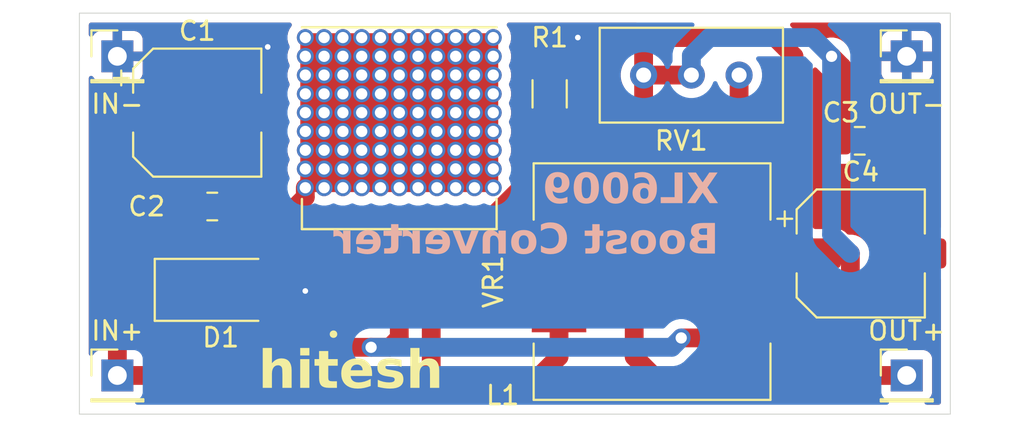
<source format=kicad_pcb>
(kicad_pcb (version 20241229) (generator "pcbnew") (generator_version "9.0")
  (layers (0 "F.Cu" signal) (2 "B.Cu" signal) (13 "F.Paste" user) (15 "B.Paste" user) (5 "F.SilkS" user "F.Silkscreen") (7 "B.SilkS" user "B.Silkscreen") (1 "F.Mask" user) (3 "B.Mask" user) (25 "Edge.Cuts" user))
  (net 0 "")
  (net 1 "GND")
  (net 2 "Net-(J3-Pin_1)")
  (net 3 "Net-(J2-Pin_1)")
  (net 4 "Net-(D1-K)")
  (net 5 "Net-(D1-A)")
  (footprint "Inductor_SMD:L_12x12mm_H8mm" (layer "F.Cu") (at 188.95 91)
    (property "Reference" "L1" (at -7.95 6.06 0) (layer "F.SilkS"))
    (property "Value" "33uH")
    (fp_line (start -6.3 -6.3) (end 6.3 -6.3) (stroke (width 0.12)) (layer "F.SilkS"))
    (fp_line (start -6.3 -3.3) (end -6.3 -6.3) (stroke (width 0.12)) (layer "F.SilkS"))
    (fp_line (start -6.3 6.3) (end -6.3 3.3) (stroke (width 0.12)) (layer "F.SilkS"))
    (fp_line (start 6.3 -6.3) (end 6.3 -3.3) (stroke (width 0.12)) (layer "F.SilkS"))
    (fp_line (start 6.3 3.3) (end 6.3 6.3) (stroke (width 0.12)) (layer "F.SilkS"))
    (fp_line (start 6.3 6.3) (end -6.3 6.3) (stroke (width 0.12)) (layer "F.SilkS"))
    (pad "1" smd rect (at -4.95 0) (size 2.9 5.4) (layers "F.Cu" "F.Mask" "F.Paste") (net 2 "Net-(J3-Pin_1)"))
    (pad "2" smd rect (at 4.95 0) (size 2.9 5.4) (layers "F.Cu" "F.Mask" "F.Paste") (net 4 "Net-(D1-K)"))
  )
  (footprint "Potentiometer_THT:Potentiometer_Bourns_3296W_Vertical" (layer "F.Cu") (at 193.58 80)
    (property "Reference" "RV1" (at -3.08 3.5 0) (layer "F.SilkS"))
    (property "Value" "50K")
    (fp_line (start -7.415 -2.52) (end -7.415 2.53) (stroke (width 0.12)) (layer "F.SilkS"))
    (fp_line (start -7.415 -2.52) (end 2.335 -2.52) (stroke (width 0.12)) (layer "F.SilkS"))
    (fp_line (start -7.415 2.53) (end 2.335 2.53) (stroke (width 0.12)) (layer "F.SilkS"))
    (fp_line (start 2.335 -2.52) (end 2.335 2.53) (stroke (width 0.12)) (layer "F.SilkS"))
    (pad "1" thru_hole circle (at 0 0) (size 1.44 1.44) (drill 0.8) (layers "*.Cu" "*.Mask") (net 5 "Net-(D1-A)"))
    (pad "2" thru_hole circle (at -2.54 0) (size 1.44 1.44) (drill 0.8) (layers "*.Cu" "*.Mask") (net 3 "Net-(J2-Pin_1)"))
    (pad "3" thru_hole circle (at -5.08 0) (size 1.44 1.44) (drill 0.8) (layers "*.Cu" "*.Mask") (net 3 "Net-(J2-Pin_1)"))
  )
  (footprint "Capacitor_SMD:CP_Elec_6.3x5.4" (layer "F.Cu") (at 200.052664 89.5)
    (property "Reference" "C4" (at 0 -4.35 0) (layer "F.SilkS"))
    (property "Value" "220uF/50V")
    (fp_line (start -4.4375 -1.8475) (end -3.65 -1.8475) (stroke (width 0.12)) (layer "F.SilkS"))
    (fp_line (start -4.04375 -2.24125) (end -4.04375 -1.45375) (stroke (width 0.12)) (layer "F.SilkS"))
    (fp_line (start -3.41 -2.345563) (end -3.41 -1.06) (stroke (width 0.12)) (layer "F.SilkS"))
    (fp_line (start -3.41 -2.345563) (end -2.345563 -3.41) (stroke (width 0.12)) (layer "F.SilkS"))
    (fp_line (start -3.41 2.345563) (end -3.41 1.06) (stroke (width 0.12)) (layer "F.SilkS"))
    (fp_line (start -3.41 2.345563) (end -2.345563 3.41) (stroke (width 0.12)) (layer "F.SilkS"))
    (fp_line (start -2.345563 -3.41) (end 3.41 -3.41) (stroke (width 0.12)) (layer "F.SilkS"))
    (fp_line (start -2.345563 3.41) (end 3.41 3.41) (stroke (width 0.12)) (layer "F.SilkS"))
    (fp_line (start 3.41 -3.41) (end 3.41 -1.06) (stroke (width 0.12)) (layer "F.SilkS"))
    (fp_line (start 3.41 3.41) (end 3.41 1.06) (stroke (width 0.12)) (layer "F.SilkS"))
    (pad "1" smd roundrect (at -2.8 0) (size 3.5 1.6) (layers "F.Cu" "F.Mask" "F.Paste") (roundrect_rratio 0.15625) (net 3 "Net-(J2-Pin_1)"))
    (pad "2" smd roundrect (at 2.8 0) (size 3.5 1.6) (layers "F.Cu" "F.Mask" "F.Paste") (roundrect_rratio 0.15625) (net 1 "GND"))
  )
  (footprint "XL6009:DPAK170P1435X465-6N" (layer "F.Cu") (at 175.5 85.5 90)
    (property "Reference" "VR1" (at -5.5 5 90) (layer "F.SilkS"))
    (property "Value" "XL6009")
    (fp_line (start 8.05 -5.18) (end 8.05 5.18) (stroke (width 0.127)) (layer "F.SilkS"))
    (fp_line (start -1.1 -5.18) (end -2.705 -5.18) (stroke (width 0.127)) (layer "F.SilkS"))
    (fp_line (start -2.705 -5.18) (end -2.705 5.18) (stroke (width 0.127)) (layer "F.SilkS"))
    (fp_line (start -1.1 5.18) (end -2.705 5.18) (stroke (width 0.127)) (layer "F.SilkS"))
    (fp_circle (center -8.3 -3.5) (end -8.2 -3.5) (stroke (width 0.2)) (fill no) (layer "F.SilkS"))
    (pad "1" smd rect (at -6.13 -3.4 90) (size 3.21 1.05) (layers "F.Cu" "F.Mask" "F.Paste") (net 1 "GND"))
    (pad "2" smd rect (at -6.13 -1.7 90) (size 3.21 1.05) (layers "F.Cu" "F.Mask" "F.Paste"))
    (pad "3" smd rect (at -6.13 0 90) (size 3.21 1.05) (layers "F.Cu" "F.Mask" "F.Paste") (net 4 "Net-(D1-K)"))
    (pad "4" smd rect (at -6.13 1.7 90) (size 3.21 1.05) (layers "F.Cu" "F.Mask" "F.Paste") (net 2 "Net-(J3-Pin_1)"))
    (pad "5" smd rect (at -6.13 3.4 90) (size 3.21 1.05) (layers "F.Cu" "F.Mask" "F.Paste") (net 3 "Net-(J2-Pin_1)"))
    (pad "6" smd rect (at 3.5 0 90) (size 8.46 10.53) (layers "F.Cu" "F.Mask") (net 4 "Net-(D1-K)"))
  )
  (footprint "Connector_PinHeader_2.54mm:PinHeader_1x01_P2.54mm_Vertical" (layer "F.Cu") (at 160.5 79)
    (property "Reference" "IN-" (at 0 2.54 0) (layer "F.SilkS"))
    (property "Value" "Conn_01x01_Pin")
    (fp_line (start -1.38 -1.38) (end 0 -1.38) (stroke (width 0.12)) (layer "F.SilkS"))
    (fp_line (start -1.38 0) (end -1.38 -1.38) (stroke (width 0.12)) (layer "F.SilkS"))
    (fp_line (start -1.38 1.27) (end -1.38 1.38) (stroke (width 0.12)) (layer "F.SilkS"))
    (fp_line (start -1.38 1.27) (end 1.38 1.27) (stroke (width 0.12)) (layer "F.SilkS"))
    (fp_line (start -1.38 1.38) (end 1.38 1.38) (stroke (width 0.12)) (layer "F.SilkS"))
    (fp_line (start 1.38 1.27) (end 1.38 1.38) (stroke (width 0.12)) (layer "F.SilkS"))
    (pad "1" thru_hole rect (at 0 0) (size 1.7 1.7) (drill 1) (layers "*.Cu" "*.Mask") (net 1 "GND"))
  )
  (footprint "Connector_PinHeader_2.54mm:PinHeader_1x01_P2.54mm_Vertical" (layer "F.Cu") (at 202.5 96)
    (property "Reference" "OUT+" (at 0 -2.38 0) (layer "F.SilkS"))
    (property "Value" "Conn_01x01_Pin")
    (fp_line (start -1.38 -1.38) (end 0 -1.38) (stroke (width 0.12)) (layer "F.SilkS"))
    (fp_line (start -1.38 0) (end -1.38 -1.38) (stroke (width 0.12)) (layer "F.SilkS"))
    (fp_line (start -1.38 1.27) (end -1.38 1.38) (stroke (width 0.12)) (layer "F.SilkS"))
    (fp_line (start -1.38 1.27) (end 1.38 1.27) (stroke (width 0.12)) (layer "F.SilkS"))
    (fp_line (start -1.38 1.38) (end 1.38 1.38) (stroke (width 0.12)) (layer "F.SilkS"))
    (fp_line (start 1.38 1.27) (end 1.38 1.38) (stroke (width 0.12)) (layer "F.SilkS"))
    (pad "1" thru_hole rect (at 0 0) (size 1.7 1.7) (drill 1) (layers "*.Cu" "*.Mask") (net 3 "Net-(J2-Pin_1)"))
  )
  (footprint "Connector_PinHeader_2.54mm:PinHeader_1x01_P2.54mm_Vertical" (layer "F.Cu") (at 202.5 79)
    (property "Reference" "OUT-" (at 0 2.54 0) (layer "F.SilkS"))
    (property "Value" "Conn_01x01_Pin")
    (fp_line (start -1.38 -1.38) (end 0 -1.38) (stroke (width 0.12)) (layer "F.SilkS"))
    (fp_line (start -1.38 0) (end -1.38 -1.38) (stroke (width 0.12)) (layer "F.SilkS"))
    (fp_line (start -1.38 1.27) (end -1.38 1.38) (stroke (width 0.12)) (layer "F.SilkS"))
    (fp_line (start -1.38 1.27) (end 1.38 1.27) (stroke (width 0.12)) (layer "F.SilkS"))
    (fp_line (start -1.38 1.38) (end 1.38 1.38) (stroke (width 0.12)) (layer "F.SilkS"))
    (fp_line (start 1.38 1.27) (end 1.38 1.38) (stroke (width 0.12)) (layer "F.SilkS"))
    (pad "1" thru_hole rect (at 0 0) (size 1.7 1.7) (drill 1) (layers "*.Cu" "*.Mask") (net 1 "GND"))
  )
  (footprint "Diode_SMD:D_SMA" (layer "F.Cu") (at 166 91.44)
    (property "Reference" "D1" (at 0 2.54 0) (layer "F.SilkS"))
    (property "Value" "SS34")
    (fp_line (start -3.51 -1.65) (end -3.51 1.65) (stroke (width 0.12)) (layer "F.SilkS"))
    (fp_line (start -3.51 -1.65) (end 2 -1.65) (stroke (width 0.12)) (layer "F.SilkS"))
    (fp_line (start -3.51 1.65) (end 2 1.65) (stroke (width 0.12)) (layer "F.SilkS"))
    (pad "1" smd roundrect (at -2 0) (size 2.5 1.8) (layers "F.Cu" "F.Mask" "F.Paste") (roundrect_rratio 0.1388888889) (net 4 "Net-(D1-K)"))
    (pad "2" smd roundrect (at 2 0) (size 2.5 1.8) (layers "F.Cu" "F.Mask" "F.Paste") (roundrect_rratio 0.1388888889) (net 5 "Net-(D1-A)"))
  )
  (footprint "Connector_PinHeader_2.54mm:PinHeader_1x01_P2.54mm_Vertical" (layer "F.Cu") (at 160.5 96)
    (property "Reference" "IN+" (at 0 -2.38 0) (layer "F.SilkS"))
    (property "Value" "Conn_01x01_Pin")
    (fp_line (start -1.38 -1.38) (end 0 -1.38) (stroke (width 0.12)) (layer "F.SilkS"))
    (fp_line (start -1.38 0) (end -1.38 -1.38) (stroke (width 0.12)) (layer "F.SilkS"))
    (fp_line (start -1.38 1.27) (end -1.38 1.38) (stroke (width 0.12)) (layer "F.SilkS"))
    (fp_line (start -1.38 1.27) (end 1.38 1.27) (stroke (width 0.12)) (layer "F.SilkS"))
    (fp_line (start -1.38 1.38) (end 1.38 1.38) (stroke (width 0.12)) (layer "F.SilkS"))
    (fp_line (start 1.38 1.27) (end 1.38 1.38) (stroke (width 0.12)) (layer "F.SilkS"))
    (pad "1" thru_hole rect (at 0 0) (size 1.7 1.7) (drill 1) (layers "*.Cu" "*.Mask") (net 2 "Net-(J3-Pin_1)"))
  )
  (footprint "Capacitor_SMD:C_0805_2012Metric" (layer "F.Cu") (at 165.55 87)
    (property "Reference" "C2" (at -3.49 0 0) (layer "F.SilkS"))
    (property "Value" "1uF")
    (fp_line (start -0.261252 -0.735) (end 0.261252 -0.735) (stroke (width 0.12)) (layer "F.SilkS"))
    (fp_line (start -0.261252 0.735) (end 0.261252 0.735) (stroke (width 0.12)) (layer "F.SilkS"))
    (pad "1" smd roundrect (at -0.95 0) (size 1 1.45) (layers "F.Cu" "F.Mask" "F.Paste") (net 2 "Net-(J3-Pin_1)"))
    (pad "2" smd roundrect (at 0.95 0) (size 1 1.45) (layers "F.Cu" "F.Mask" "F.Paste") (net 1 "GND"))
  )
  (footprint "Resistor_SMD:R_1206_3216Metric" (layer "F.Cu") (at 183.5 81 90)
    (property "Reference" "R1" (at 3 0 180) (layer "F.SilkS"))
    (property "Value" "1K")
    (fp_line (start -0.727064 -0.91) (end 0.727064 -0.91) (stroke (width 0.12)) (layer "F.SilkS"))
    (fp_line (start -0.727064 0.91) (end 0.727064 0.91) (stroke (width 0.12)) (layer "F.SilkS"))
    (pad "1" smd roundrect (at -1.4625 0 90) (size 1.125 1.75) (layers "F.Cu" "F.Mask" "F.Paste") (roundrect_rratio 0.222222) (net 3 "Net-(J2-Pin_1)"))
    (pad "2" smd roundrect (at 1.4625 0 90) (size 1.125 1.75) (layers "F.Cu" "F.Mask" "F.Paste") (roundrect_rratio 0.222222) (net 1 "GND"))
  )
  (footprint "Capacitor_SMD:C_0805_2012Metric" (layer "F.Cu") (at 200 83.5)
    (property "Reference" "C3" (at -1 -1.5 0) (layer "F.SilkS"))
    (property "Value" "1uF")
    (fp_line (start -0.261252 -0.735) (end 0.261252 -0.735) (stroke (width 0.12)) (layer "F.SilkS"))
    (fp_line (start -0.261252 0.735) (end 0.261252 0.735) (stroke (width 0.12)) (layer "F.SilkS"))
    (pad "1" smd roundrect (at -0.95 0) (size 1 1.45) (layers "F.Cu" "F.Mask" "F.Paste") (net 3 "Net-(J2-Pin_1)"))
    (pad "2" smd roundrect (at 0.95 0) (size 1 1.45) (layers "F.Cu" "F.Mask" "F.Paste") (net 1 "GND"))
  )
  (footprint "Capacitor_SMD:CP_Elec_6.3x5.4" (layer "F.Cu") (at 164.75 82)
    (property "Reference" "C1" (at 0 -4.35 0) (layer "F.SilkS"))
    (property "Value" "47uF/50V")
    (fp_line (start -4.4375 -1.8475) (end -3.65 -1.8475) (stroke (width 0.12)) (layer "F.SilkS"))
    (fp_line (start -4.04375 -2.24125) (end -4.04375 -1.45375) (stroke (width 0.12)) (layer "F.SilkS"))
    (fp_line (start -3.41 -2.345563) (end -3.41 -1.06) (stroke (width 0.12)) (layer "F.SilkS"))
    (fp_line (start -3.41 -2.345563) (end -2.345563 -3.41) (stroke (width 0.12)) (layer "F.SilkS"))
    (fp_line (start -3.41 2.345563) (end -3.41 1.06) (stroke (width 0.12)) (layer "F.SilkS"))
    (fp_line (start -3.41 2.345563) (end -2.345563 3.41) (stroke (width 0.12)) (layer "F.SilkS"))
    (fp_line (start -2.345563 -3.41) (end 3.41 -3.41) (stroke (width 0.12)) (layer "F.SilkS"))
    (fp_line (start -2.345563 3.41) (end 3.41 3.41) (stroke (width 0.12)) (layer "F.SilkS"))
    (fp_line (start 3.41 -3.41) (end 3.41 -1.06) (stroke (width 0.12)) (layer "F.SilkS"))
    (fp_line (start 3.41 3.41) (end 3.41 1.06) (stroke (width 0.12)) (layer "F.SilkS"))
    (pad "1" smd roundrect (at -2.8 0) (size 3.5 1.6) (layers "F.Cu" "F.Mask" "F.Paste") (roundrect_rratio 0.15625) (net 2 "Net-(J3-Pin_1)"))
    (pad "2" smd roundrect (at 2.8 0) (size 3.5 1.6) (layers "F.Cu" "F.Mask" "F.Paste") (roundrect_rratio 0.15625) (net 1 "GND"))
  )
  (gr_rect (start 158.48 76.7) (end 204.82 98.06) (stroke (width 0.05)) (fill no) (layer "Edge.Cuts"))
  (gr_text "hitesh\n" (at 168 97 0) (layer "F.SilkS") (effects (font (size 2 2) (thickness 0.2) (bold yes) (italic yes)) (justify left bottom)))
  (gr_text "XL6009 \nBoost Converter" (at 192.5 87.5 0) (layer "B.SilkS") (effects (font (size 1.6 1.6) (thickness 0.2) (bold yes)) (justify left mirror)))
  (via (at 185 78) (size 0.6) (drill 0.3) (layers "F.Cu" "B.Cu") (net 1))
  (via (at 168.5 78.5) (size 0.6) (drill 0.3) (layers "F.Cu" "B.Cu") (net 1))
  (via (at 170.5 91.5) (size 0.6) (drill 0.3) (layers "F.Cu" "B.Cu") (net 1))
  (segment (start 162.5 87) (end 164.5 87) (width 1) (layer "F.Cu") (net 2))
  (segment (start 177.2 95.7) (end 177.5 96) (width 1) (layer "F.Cu") (net 2))
  (segment (start 184 95) (end 183 96) (width 1) (layer "F.Cu") (net 2))
  (segment (start 177.5 96) (end 160.5 96) (width 1) (layer "F.Cu") (net 2))
  (segment (start 184 91) (end 184 95) (width 1) (layer "F.Cu") (net 2))
  (segment (start 164.75 82) (end 161.95 82) (width 1) (layer "F.Cu") (net 2))
  (segment (start 160.5 96) (end 160.5 89) (width 1) (layer "F.Cu") (net 2))
  (segment (start 183 96) (end 177.5 96) (width 1) (layer "F.Cu") (net 2))
  (segment (start 164.5 87) (end 164.75 87.25) (width 1) (layer "F.Cu") (net 2))
  (segment (start 160.5 89) (end 162.5 87) (width 1) (layer "F.Cu") (net 2))
  (segment (start 177.2 91.63) (end 177.2 95.7) (width 1) (layer "F.Cu") (net 2))
  (segment (start 164.75 87.25) (end 164.75 82) (width 1) (layer "F.Cu") (net 2))
  (segment (start 199.5 95) (end 200.5 96) (width 1) (layer "F.Cu") (net 3))
  (segment (start 187.5 82.5) (end 187.4625 82.4625) (width 1) (layer "F.Cu") (net 3))
  (segment (start 183.19847 86.5) (end 178.9 90.79847) (width 1) (layer "F.Cu") (net 3))
  (segment (start 187.4625 82.4625) (end 183.5 82.4625) (width 1) (layer "F.Cu") (net 3))
  (segment (start 188.5 81.5) (end 187.5 82.5) (width 1) (layer "F.Cu") (net 3))
  (segment (start 188.5 80) (end 191.04 80) (width 1) (layer "F.Cu") (net 3))
  (segment (start 199.5 89.5) (end 199.5 95) (width 1) (layer "F.Cu") (net 3))
  (segment (start 199.05 79.55) (end 198.5 79) (width 1) (layer "F.Cu") (net 3))
  (segment (start 188.5 78.5) (end 189 78) (width 1) (layer "F.Cu") (net 3))
  (segment (start 196.5 79) (end 196.5 94.75) (width 1) (layer "F.Cu") (net 3))
  (segment (start 199.5 89.5) (end 197.252664 89.5) (width 1) (layer "F.Cu") (net 3))
  (segment (start 188.5 80) (end 188.5 78.5) (width 1) (layer "F.Cu") (net 3))
  (segment (start 199.05 83.5) (end 199.05 79.55) (width 1) (layer "F.Cu") (net 3))
  (segment (start 188 88) (end 186.5 86.5) (width 1) (layer "F.Cu") (net 3))
  (segment (start 200.5 96) (end 202.5 96) (width 1) (layer "F.Cu") (net 3))
  (segment (start 186.5 86.5) (end 183.19847 86.5) (width 1) (layer "F.Cu") (net 3))
  (segment (start 195.25 96) (end 189 96) (width 1) (layer "F.Cu") (net 3))
  (segment (start 195.5 78) (end 196.5 79) (width 1) (layer "F.Cu") (net 3))
  (segment (start 178.9 90.79847) (end 178.9 91.63) (width 1) (layer "F.Cu") (net 3))
  (segment (start 188.5 80) (end 188.5 81.5) (width 1) (layer "F.Cu") (net 3))
  (segment (start 189 96) (end 188 95) (width 1) (layer "F.Cu") (net 3))
  (segment (start 196.5 94.75) (end 195.25 96) (width 1) (layer "F.Cu") (net 3))
  (segment (start 189 78) (end 195.5 78) (width 1) (layer "F.Cu") (net 3))
  (segment (start 188 95) (end 188 88) (width 1) (layer "F.Cu") (net 3))
  (via (at 198.5 79) (size 0.9) (drill 0.6) (layers "F.Cu" "B.Cu") (net 3))
  (segment (start 198.5 88.5) (end 199.5 89.5) (width 1) (layer "B.Cu") (net 3))
  (segment (start 198.5 79) (end 198.5 88.5) (width 1) (layer "B.Cu") (net 3))
  (segment (start 197.5 78) (end 198.5 79) (width 1) (layer "B.Cu") (net 3))
  (segment (start 192 78) (end 197.5 78) (width 1) (layer "B.Cu") (net 3))
  (segment (start 191.04 78.96) (end 192 78) (width 1) (layer "B.Cu") (net 3))
  (segment (start 191.04 80) (end 191.04 78.96) (width 1) (layer "B.Cu") (net 3))
  (segment (start 170.5 86.5) (end 168 89) (width 1) (layer "F.Cu") (net 4))
  (segment (start 175.5 94) (end 175.5 91.63) (width 1) (layer "F.Cu") (net 4))
  (segment (start 168 89) (end 165 89) (width 1) (layer "F.Cu") (net 4))
  (segment (start 164 90) (end 164 91.44) (width 1) (layer "F.Cu") (net 4))
  (segment (start 170.5 86) (end 170.5 86.5) (width 1) (layer "F.Cu") (net 4))
  (segment (start 193.9 91) (end 193.9 93.1) (width 1) (layer "F.Cu") (net 4))
  (segment (start 164 93.5) (end 165 94.5) (width 1) (layer "F.Cu") (net 4))
  (segment (start 164 91.44) (end 164 93.5) (width 1) (layer "F.Cu") (net 4))
  (segment (start 174 94.5) (end 175 94.5) (width 1) (layer "F.Cu") (net 4))
  (segment (start 165 89) (end 164 90) (width 1) (layer "F.Cu") (net 4))
  (segment (start 193.9 93.1) (end 193 94) (width 1) (layer "F.Cu") (net 4))
  (segment (start 193 94) (end 190.5 94) (width 1) (layer "F.Cu") (net 4))
  (segment (start 175 94.5) (end 175.5 94) (width 1) (layer "F.Cu") (net 4))
  (segment (start 165 94.5) (end 174 94.5) (width 1) (layer "F.Cu") (net 4))
  (via (at 180.5 81) (size 0.9) (drill 0.6) (layers "F.Cu" "B.Cu") (net 4))
  (via (at 178.5 85) (size 0.9) (drill 0.6) (layers "F.Cu" "B.Cu") (net 4))
  (via (at 180.5 83) (size 0.9) (drill 0.6) (layers "F.Cu" "B.Cu") (net 4))
  (via (at 174.5 86) (size 0.9) (drill 0.6) (layers "F.Cu" "B.Cu") (net 4))
  (via (at 176.5 80) (size 0.9) (drill 0.6) (layers "F.Cu" "B.Cu") (net 4))
  (via (at 178.5 84) (size 0.9) (drill 0.6) (layers "F.Cu" "B.Cu") (net 4))
  (via (at 173.5 78) (size 0.9) (drill 0.6) (layers "F.Cu" "B.Cu") (net 4))
  (via (at 177.5 84) (size 0.9) (drill 0.6) (layers "F.Cu" "B.Cu") (net 4))
  (via (at 190.5 94) (size 0.9) (drill 0.6) (layers "F.Cu" "B.Cu") (net 4))
  (via (at 172.5 83) (size 0.9) (drill 0.6) (layers "F.Cu" "B.Cu") (net 4))
  (via (at 179.5 84) (size 0.9) (drill 0.6) (layers "F.Cu" "B.Cu") (net 4))
  (via (at 171.5 79) (size 0.9) (drill 0.6) (layers "F.Cu" "B.Cu") (net 4))
  (via (at 177.5 86) (size 0.9) (drill 0.6) (layers "F.Cu" "B.Cu") (net 4))
  (via (at 175.5 84) (size 0.9) (drill 0.6) (layers "F.Cu" "B.Cu") (net 4))
  (via (at 174.5 83) (size 0.9) (drill 0.6) (layers "F.Cu" "B.Cu") (net 4))
  (via (at 176.5 86) (size 0.9) (drill 0.6) (layers "F.Cu" "B.Cu") (net 4))
  (via (at 175.5 83) (size 0.9) (drill 0.6) (layers "F.Cu" "B.Cu") (net 4))
  (via (at 174.5 85) (size 0.9) (drill 0.6) (layers "F.Cu" "B.Cu") (net 4))
  (via (at 178.5 83) (size 0.9) (drill 0.6) (layers "F.Cu" "B.Cu") (net 4))
  (via (at 176.5 81) (size 0.9) (drill 0.6) (layers "F.Cu" "B.Cu") (net 4))
  (via (at 171.5 78) (size 0.9) (drill 0.6) (layers "F.Cu" "B.Cu") (net 4))
  (via (at 172.5 85) (size 0.9) (drill 0.6) (layers "F.Cu" "B.Cu") (net 4))
  (via (at 179.5 81) (size 0.9) (drill 0.6) (layers "F.Cu" "B.Cu") (net 4))
  (via (at 180.5 86) (size 0.9) (drill 0.6) (layers "F.Cu" "B.Cu") (net 4))
  (via (at 175.5 82) (size 0.9) (drill 0.6) (layers "F.Cu" "B.Cu") (net 4))
  (via (at 179.5 80) (size 0.9) (drill 0.6) (layers "F.Cu" "B.Cu") (net 4))
  (via (at 177.5 85) (size 0.9) (drill 0.6) (layers "F.Cu" "B.Cu") (net 4))
  (via (at 170.5 80) (size 0.9) (drill 0.6) (layers "F.Cu" "B.Cu") (net 4))
  (via (at 176.5 78) (size 0.9) (drill 0.6) (layers "F.Cu" "B.Cu") (net 4))
  (via (at 172.5 81) (size 0.9) (drill 0.6) (layers "F.Cu" "B.Cu") (net 4))
  (via (at 175.5 78) (size 0.9) (drill 0.6) (layers "F.Cu" "B.Cu") (net 4))
  (via (at 172.5 78) (size 0.9) (drill 0.6) (layers "F.Cu" "B.Cu") (net 4))
  (via (at 176.5 79) (size 0.9) (drill 0.6) (layers "F.Cu" "B.Cu") (net 4))
  (via (at 172.5 84) (size 0.9) (drill 0.6) (layers "F.Cu" "B.Cu") (net 4))
  (via (at 179.5 86) (size 0.9) (drill 0.6) (layers "F.Cu" "B.Cu") (net 4))
  (via (at 174.5 84) (size 0.9) (drill 0.6) (layers "F.Cu" "B.Cu") (net 4))
  (via (at 172.5 79) (size 0.9) (drill 0.6) (layers "F.Cu" "B.Cu") (net 4))
  (via (at 170.5 82) (size 0.9) (drill 0.6) (layers "F.Cu" "B.Cu") (net 4))
  (via (at 179.5 78) (size 0.9) (drill 0.6) (layers "F.Cu" "B.Cu") (net 4))
  (via (at 174 94.5) (size 0.9) (drill 0.6) (layers "F.Cu" "B.Cu") (net 4))
  (via (at 175.5 82) (size 0.9) (drill 0.6) (layers "F.Cu" "B.Cu") (net 4))
  (via (at 170.5 84) (size 0.9) (drill 0.6) (layers "F.Cu" "B.Cu") (net 4))
  (via (at 171.5 81) (size 0.9) (drill 0.6) (layers "F.Cu" "B.Cu") (net 4))
  (via (at 180.5 84) (size 0.9) (drill 0.6) (layers "F.Cu" "B.Cu") (net 4))
  (via (at 180.5 85) (size 0.9) (drill 0.6) (layers "F.Cu" "B.Cu") (net 4))
  (via (at 172.5 86) (size 0.9) (drill 0.6) (layers "F.Cu" "B.Cu") (net 4))
  (via (at 179.5 82) (size 0.9) (drill 0.6) (layers "F.Cu" "B.Cu") (net 4))
  (via (at 171.5 83) (size 0.9) (drill 0.6) (layers "F.Cu" "B.Cu") (net 4))
  (via (at 174.5 81) (size 0.9) (drill 0.6) (layers "F.Cu" "B.Cu") (net 4))
  (via (at 179.5 85) (size 0.9) (drill 0.6) (layers "F.Cu" "B.Cu") (net 4))
  (via (at 171.5 82) (size 0.9) (drill 0.6) (layers "F.Cu" "B.Cu") (net 4))
  (via (at 180.5 80) (size 0.9) (drill 0.6) (layers "F.Cu" "B.Cu") (net 4))
  (via (at 176.5 82) (size 0.9) (drill 0.6) (layers "F.Cu" "B.Cu") (net 4))
  (via (at 178.5 82) (size 0.9) (drill 0.6) (layers "F.Cu" "B.Cu") (net 4))
  (via (at 170.5 86) (size 0.9) (drill 0.6) (layers "F.Cu" "B.Cu") (net 4))
  (via (at 180.5 79) (size 0.9) (drill 0.6) (layers "F.Cu" "B.Cu") (net 4))
  (via (at 175.5 79) (size 0.9) (drill 0.6) (layers "F.Cu" "B.Cu") (net 4))
  (via (at 178.5 78) (size 0.9) (drill 0.6) (layers "F.Cu" "B.Cu") (net 4))
  (via (at 180.5 78) (size 0.9) (drill 0.6) (layers "F.Cu" "B.Cu") (net 4))
  (via (at 177.5 83) (size 0.9) (drill 0.6) (layers "F.Cu" "B.Cu") (net 4))
  (via (at 173.5 86) (size 0.9) (drill 0.6) (layers "F.Cu" "B.Cu") (net 4))
  (via (at 180.5 82) (size 0.9) (drill 0.6) (layers "F.Cu" "B.Cu") (net 4))
  (via (at 175.5 80) (size 0.9) (drill 0.6) (layers "F.Cu" "B.Cu") (net 4))
  (via (at 179.5 79) (size 0.9) (drill 0.6) (layers "F.Cu" "B.Cu") (net 4))
  (via (at 175.5 81) (size 0.9) (drill 0.6) (layers "F.Cu" "B.Cu") (net 4))
  (via (at 176.5 85) (size 0.9) (drill 0.6) (layers "F.Cu" "B.Cu") (net 4))
  (via (at 173.5 81) (size 0.9) (drill 0.6) (layers "F.Cu" "B.Cu") (net 4))
  (via (at 177.5 78) (size 0.9) (drill 0.6) (layers "F.Cu" "B.Cu") (net 4))
  (via (at 171.5 80) (size 0.9) (drill 0.6) (layers "F.Cu" "B.Cu") (net 4))
  (via (at 178.5 80) (size 0.9) (drill 0.6) (layers "F.Cu" "B.Cu") (net 4))
  (via (at 171.5 85) (size 0.9) (drill 0.6) (layers "F.Cu" "B.Cu") (net 4))
  (via (at 170.5 79) (size 0.9) (drill 0.6) (layers "F.Cu" "B.Cu") (net 4))
  (via (at 178.5 81) (size 0.9) (drill 0.6) (layers "F.Cu" "B.Cu") (net 4))
  (via (at 173.5 80) (size 0.9) (drill 0.6) (layers "F.Cu" "B.Cu") (net 4))
  (via (at 178.5 86) (size 0.9) (drill 0.6) (layers "F.Cu" "B.Cu") (net 4))
  (via (at 177.5 82) (size 0.9) (drill 0.6) (layers "F.Cu" "B.Cu") (net 4))
  (via (at 177.5 81) (size 0.9) (drill 0.6) (layers "F.Cu" "B.Cu") (net 4))
  (via (at 170.5 81) (size 0.9) (drill 0.6) (layers "F.Cu" "B.Cu") (net 4))
  (via (at 173.5 83) (size 0.9) (drill 0.6) (layers "F.Cu" "B.Cu") (net 4))
  (via (at 175.5 86) (size 0.9) (drill 0.6) (layers "F.Cu" "B.Cu") (net 4))
  (via (at 177.5 80) (size 0.9) (drill 0.6) (layers "F.Cu" "B.Cu") (net 4))
  (via (at 175.5 85) (size 0.9) (drill 0.6) (layers "F.Cu" "B.Cu") (net 4))
  (via (at 172.5 80) (size 0.9) (drill 0.6) (layers "F.Cu" "B.Cu") (net 4))
  (via (at 174.5 82) (size 0.9) (drill 0.6) (layers "F.Cu" "B.Cu") (net 4))
  (via (at 170.5 78) (size 0.9) (drill 0.6) (layers "F.Cu" "B.Cu") (net 4))
  (via (at 171.5 86) (size 0.9) (drill 0.6) (layers "F.Cu" "B.Cu") (net 4))
  (via (at 173.5 79) (size 0.9) (drill 0.6) (layers "F.Cu" "B.Cu") (net 4))
  (via (at 173.5 82) (size 0.9) (drill 0.6) (layers "F.Cu" "B.Cu") (net 4))
  (via (at 174.5 79) (size 0.9) (drill 0.6) (layers "F.Cu" "B.Cu") (net 4))
  (via (at 174.5 78) (size 0.9) (drill 0.6) (layers "F.Cu" "B.Cu") (net 4))
  (via (at 176.5 83) (size 0.9) (drill 0.6) (layers "F.Cu" "B.Cu") (net 4))
  (via (at 176.5 84) (size 0.9) (drill 0.6) (layers "F.Cu" "B.Cu") (net 4))
  (via (at 170.5 83) (size 0.9) (drill 0.6) (layers "F.Cu" "B.Cu") (net 4))
  (via (at 179.5 83) (size 0.9) (drill 0.6) (layers "F.Cu" "B.Cu") (net 4))
  (via (at 171.5 84) (size 0.9) (drill 0.6) (layers "F.Cu" "B.Cu") (net 4))
  (via (at 173.5 85) (size 0.9) (drill 0.6) (layers "F.Cu" "B.Cu") (net 4))
  (via (at 178.5 79) (size 0.9) (drill 0.6) (layers "F.Cu" "B.Cu") (net 4))
  (via (at 170.5 85) (size 0.9) (drill 0.6) (layers "F.Cu" "B.Cu") (net 4))
  (via (at 173.5 84) (size 0.9) (drill 0.6) (layers "F.Cu" "B.Cu") (net 4))
  (via (at 177.5 79) (size 0.9) (drill 0.6) (layers "F.Cu" "B.Cu") (net 4))
  (via (at 172.5 82) (size 0.9) (drill 0.6) (layers "F.Cu" "B.Cu") (net 4))
  (via (at 174.5 80) (size 0.9) (drill 0.6) (layers "F.Cu" "B.Cu") (net 4))
  (segment (start 190 94.5) (end 174 94.5) (width 1) (layer "B.Cu") (net 4))
  (segment (start 190.5 94) (end 190 94.5) (width 1) (layer "B.Cu") (net 4))
  (segment (start 191.5 84.5) (end 193.58 82.42) (width 1) (layer "F.Cu") (net 5))
  (segment (start 168 91) (end 171.5 87.5) (width 1) (layer "F.Cu") (net 5))
  (segment (start 183.5 84.5) (end 191.5 84.5) (width 1) (layer "F.Cu") (net 5))
  (segment (start 168 91.44) (end 168 91) (width 1) (layer "F.Cu") (net 5))
  (segment (start 180.5 87.5) (end 183.5 84.5) (width 1) (layer "F.Cu") (net 5))
  (segment (start 171.5 87.5) (end 180.5 87.5) (width 1) (layer "F.Cu") (net 5))
  (segment (start 193.58 82.42) (end 193.58 80) (width 1) (layer "F.Cu") (net 5))
  (zone (net 1) (net_name "GND") (layers "F.Cu" "B.Cu") (connect_pads (clearance 0.5)) (min_thickness 0.25) (fill yes (thermal_gap 0.5) (thermal_bridge_width 0.5))
    (polygon (pts (xy 158 76) (xy 205.5 76) (xy 205.5 98.5) (xy 158 98.5)))
  )
)
</source>
